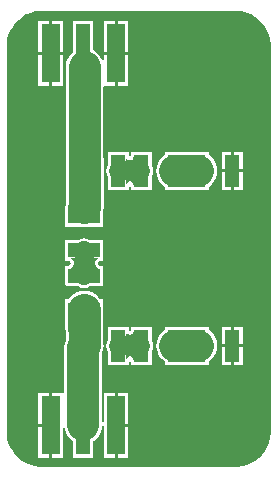
<source format=gbr>
%TF.GenerationSoftware,Altium Limited,Altium Designer,20.0.10 (225)*%
G04 Layer_Physical_Order=1*
G04 Layer_Color=255*
%FSLAX26Y26*%
%MOIN*%
%TF.FileFunction,Copper,L1,Top,Signal*%
%TF.Part,Single*%
G01*
G75*
%TA.AperFunction,SMDPad,CuDef*%
%ADD10R,0.047244X0.196850*%
%ADD11R,0.062992X0.196850*%
%ADD12R,0.049213X0.106299*%
%ADD13R,0.106299X0.049213*%
%TA.AperFunction,Conductor*%
%ADD14C,0.105236*%
%ADD15C,0.059055*%
%TA.AperFunction,ViaPad*%
%ADD16C,0.050000*%
G36*
X5264981Y4893255D02*
X5279936Y4889247D01*
X5294241Y4883323D01*
X5307649Y4875581D01*
X5319932Y4866156D01*
X5330880Y4855208D01*
X5340306Y4842925D01*
X5348047Y4829516D01*
X5353972Y4815212D01*
X5357979Y4800257D01*
X5360000Y4784907D01*
Y4777165D01*
X5360000D01*
X5360000Y3494095D01*
X5360000Y3486353D01*
X5357979Y3471003D01*
X5353972Y3456048D01*
X5348047Y3441744D01*
X5340306Y3428335D01*
X5330880Y3416052D01*
X5319932Y3405104D01*
X5307649Y3395679D01*
X5294241Y3387937D01*
X5279937Y3382012D01*
X5264981Y3378005D01*
X5249631Y3375984D01*
X4590369D01*
X4575019Y3378005D01*
X4560063Y3382012D01*
X4545759Y3387937D01*
X4532351Y3395679D01*
X4520068Y3405104D01*
X4509120Y3416052D01*
X4499694Y3428335D01*
X4491953Y3441744D01*
X4486028Y3456048D01*
X4482021Y3471003D01*
X4480000Y3486353D01*
Y3494095D01*
X4480000D01*
X4480000Y4777165D01*
X4480000Y4784907D01*
X4482021Y4800257D01*
X4486028Y4815212D01*
X4491953Y4829516D01*
X4499694Y4842925D01*
X4509120Y4855208D01*
X4520068Y4866156D01*
X4532351Y4875581D01*
X4545759Y4883323D01*
X4560063Y4889247D01*
X4575019Y4893255D01*
X4590369Y4895276D01*
X5249631D01*
X5264981Y4893255D01*
D02*
G37*
%LPC*%
G36*
X4886201Y4861968D02*
X4849705D01*
Y4758543D01*
X4886201D01*
Y4861968D01*
D02*
G37*
G36*
X4839705D02*
X4803209D01*
Y4758543D01*
X4839705D01*
Y4861968D01*
D02*
G37*
G36*
X4668091D02*
X4631595D01*
Y4758543D01*
X4668091D01*
Y4861968D01*
D02*
G37*
G36*
X4621595D02*
X4585099D01*
Y4758543D01*
X4621595D01*
Y4861968D01*
D02*
G37*
G36*
X4886201Y4748543D02*
X4849705D01*
Y4645118D01*
X4886201D01*
Y4748543D01*
D02*
G37*
G36*
X4668091D02*
X4631595D01*
Y4645118D01*
X4668091D01*
Y4748543D01*
D02*
G37*
G36*
X4621595D02*
X4585099D01*
Y4645118D01*
X4621595D01*
Y4748543D01*
D02*
G37*
G36*
X5095045Y4425115D02*
X5095006Y4425108D01*
X5094967Y4425115D01*
X5085173Y4425039D01*
X5084925D01*
Y4425038D01*
X5076411Y4424972D01*
X5076342Y4425039D01*
Y4425039D01*
X5066604D01*
X5066222Y4425115D01*
X5065841Y4425039D01*
X5007130D01*
Y4414394D01*
X5006779Y4414207D01*
X4997244Y4406382D01*
X4989419Y4396847D01*
X4983605Y4385969D01*
X4980024Y4374165D01*
X4978815Y4361890D01*
X4980024Y4349614D01*
X4983605Y4337811D01*
X4989419Y4326933D01*
X4997244Y4317398D01*
X5006779Y4309573D01*
X5007130Y4309385D01*
Y4298740D01*
X5065841D01*
X5066222Y4298664D01*
X5066262Y4298672D01*
X5066301Y4298665D01*
X5076095Y4298740D01*
X5076342D01*
Y4298742D01*
X5084857Y4298808D01*
X5084925Y4298740D01*
Y4298740D01*
X5094664D01*
X5095045Y4298664D01*
X5095427Y4298740D01*
X5154138D01*
Y4309385D01*
X5154489Y4309573D01*
X5164023Y4317398D01*
X5171849Y4326933D01*
X5177663Y4337811D01*
X5181244Y4349614D01*
X5182453Y4361890D01*
X5181244Y4374165D01*
X5177663Y4385969D01*
X5171849Y4396847D01*
X5164023Y4406382D01*
X5154489Y4414207D01*
X5154138Y4414394D01*
Y4425039D01*
X5095427D01*
X5095045Y4425115D01*
D02*
G37*
G36*
X4964138Y4425039D02*
X4894925D01*
Y4415329D01*
X4894923Y4415323D01*
X4894811Y4414394D01*
X4891219Y4412157D01*
D01*
D01*
X4891100Y4412106D01*
D01*
X4887501Y4414315D01*
X4887445Y4414359D01*
Y4425039D01*
X4818232D01*
Y4381633D01*
X4814328Y4372209D01*
X4812970Y4361890D01*
X4814328Y4351571D01*
X4818232Y4342146D01*
Y4298740D01*
X4887445D01*
Y4309421D01*
X4887501Y4309464D01*
X4891100Y4311673D01*
X4891222Y4311621D01*
X4894811Y4309386D01*
X4894923Y4308457D01*
X4894925Y4308451D01*
Y4298740D01*
X4964138D01*
Y4342146D01*
X4968042Y4351571D01*
X4969400Y4361890D01*
X4968042Y4372209D01*
X4964138Y4381633D01*
Y4425039D01*
D02*
G37*
G36*
X5266342D02*
X5236736D01*
Y4366889D01*
X5266342D01*
Y4425039D01*
D02*
G37*
G36*
X5226736D02*
X5197130D01*
Y4366889D01*
X5226736D01*
Y4425039D01*
D02*
G37*
G36*
X5266342Y4356889D02*
X5236736D01*
Y4298740D01*
X5266342D01*
Y4356889D01*
D02*
G37*
G36*
X5226736D02*
X5197130D01*
Y4298740D01*
X5226736D01*
Y4356889D01*
D02*
G37*
G36*
X4769272Y4861968D02*
X4702028D01*
Y4757579D01*
X4695508Y4752228D01*
X4687683Y4742693D01*
X4681868Y4731815D01*
X4678288Y4720011D01*
X4677079Y4707736D01*
Y4405481D01*
X4677181Y4404441D01*
Y4362421D01*
X4677713Y4357025D01*
Y4250036D01*
X4677520Y4249401D01*
X4677013Y4244252D01*
X4676083D01*
Y4175039D01*
X4730760D01*
X4739232Y4174205D01*
X4747705Y4175039D01*
X4802382D01*
Y4226616D01*
D01*
X4803555Y4238528D01*
Y4361890D01*
X4803024Y4367286D01*
Y4405379D01*
X4802921Y4406418D01*
Y4640237D01*
X4803209Y4645118D01*
X4807921Y4645118D01*
X4839705D01*
Y4748543D01*
X4803209D01*
Y4732302D01*
X4798209Y4731561D01*
X4798132Y4731815D01*
X4792317Y4742693D01*
X4784492Y4752228D01*
X4774957Y4760053D01*
X4769272Y4763092D01*
Y4861968D01*
D02*
G37*
G36*
X4739232Y4137310D02*
X4728913Y4135951D01*
X4719489Y4132047D01*
X4676083D01*
Y4073336D01*
X4676007Y4072955D01*
X4676083Y4072573D01*
Y4062835D01*
X4684957D01*
X4687876Y4062448D01*
X4689217Y4061854D01*
X4690711Y4060603D01*
X4692486Y4058201D01*
X4694352Y4054365D01*
X4694382Y4054272D01*
X4694352Y4054179D01*
X4692486Y4050342D01*
X4690711Y4047940D01*
X4689217Y4046689D01*
X4687876Y4046095D01*
X4684957Y4045709D01*
X4676083D01*
Y4035970D01*
X4676007Y4035589D01*
X4676083Y4035207D01*
Y3976496D01*
X4719489D01*
X4728913Y3972592D01*
X4739232Y3971234D01*
X4749551Y3972592D01*
X4758975Y3976496D01*
X4802382D01*
Y4035207D01*
X4802458Y4035589D01*
X4802382Y4035970D01*
Y4045709D01*
X4793507D01*
X4790588Y4046095D01*
X4789247Y4046689D01*
X4787753Y4047940D01*
X4785978Y4050342D01*
X4784112Y4054179D01*
X4784082Y4054272D01*
X4784112Y4054365D01*
X4785978Y4058201D01*
X4787753Y4060603D01*
X4789247Y4061854D01*
X4790588Y4062448D01*
X4793507Y4062835D01*
X4802382D01*
Y4072573D01*
X4802458Y4072955D01*
X4802382Y4073336D01*
Y4132047D01*
X4758975D01*
X4749551Y4135951D01*
X4739232Y4137310D01*
D02*
G37*
G36*
X5095045Y3841966D02*
X5095006Y3841958D01*
X5094967Y3841965D01*
X5085173Y3841890D01*
X5084925D01*
Y3841888D01*
X5076411Y3841822D01*
X5076342Y3841890D01*
Y3841890D01*
X5066604D01*
X5066222Y3841966D01*
X5065841Y3841890D01*
X5007130D01*
Y3831245D01*
X5006779Y3831057D01*
X4997244Y3823232D01*
X4989419Y3813697D01*
X4983605Y3802819D01*
X4980024Y3791015D01*
X4978815Y3778740D01*
X4980024Y3766465D01*
X4983605Y3754661D01*
X4989419Y3743783D01*
X4997244Y3734248D01*
X5006779Y3726423D01*
X5007130Y3726236D01*
Y3715591D01*
X5065841D01*
X5066222Y3715515D01*
X5066262Y3715523D01*
X5066301Y3715515D01*
X5076095Y3715591D01*
X5076342D01*
Y3715593D01*
X5084857Y3715658D01*
X5084925Y3715590D01*
Y3715591D01*
X5094664D01*
X5095045Y3715515D01*
X5095427Y3715591D01*
X5154138D01*
Y3726236D01*
X5154489Y3726423D01*
X5164023Y3734248D01*
X5171849Y3743783D01*
X5177663Y3754661D01*
X5181244Y3766465D01*
X5182453Y3778740D01*
X5181244Y3791015D01*
X5179995Y3795131D01*
D01*
X5177663Y3802819D01*
X5171849Y3813697D01*
X5164023Y3823232D01*
X5154489Y3831057D01*
X5154138Y3831245D01*
Y3841890D01*
X5095427D01*
X5095045Y3841966D01*
D02*
G37*
G36*
X4964138Y3841890D02*
X4894925D01*
Y3832179D01*
X4894923Y3832173D01*
X4894811Y3831244D01*
X4891219Y3829008D01*
X4891100Y3828956D01*
X4887501Y3831166D01*
X4887445Y3831209D01*
Y3841890D01*
X4818232D01*
Y3798483D01*
X4814328Y3789059D01*
X4812970Y3778740D01*
X4814328Y3768421D01*
X4818232Y3758997D01*
Y3715591D01*
X4887445D01*
Y3726271D01*
D01*
X4887501Y3726315D01*
D01*
D01*
X4891100Y3728523D01*
D01*
D01*
X4891222Y3728471D01*
D01*
D01*
X4894811Y3726236D01*
X4894923Y3725307D01*
X4894925Y3725301D01*
Y3715591D01*
X4964138D01*
Y3758997D01*
X4968042Y3768421D01*
X4969400Y3778740D01*
X4968042Y3789059D01*
X4964138Y3798483D01*
Y3807981D01*
D01*
Y3841890D01*
D02*
G37*
G36*
X5266342D02*
X5236736D01*
Y3783740D01*
X5266342D01*
Y3841890D01*
D02*
G37*
G36*
X5226736D02*
X5197130D01*
Y3783740D01*
X5226736D01*
Y3841890D01*
D02*
G37*
G36*
X5266342Y3773740D02*
X5236736D01*
Y3715591D01*
X5266342D01*
Y3773740D01*
D02*
G37*
G36*
X5226736D02*
X5197130D01*
Y3715591D01*
X5226736D01*
Y3773740D01*
D02*
G37*
G36*
X4886201Y3622599D02*
X4849705D01*
Y3519173D01*
X4886201D01*
Y3589622D01*
Y3622599D01*
D02*
G37*
G36*
X4621594D02*
X4585099D01*
Y3519173D01*
X4621594D01*
Y3622599D01*
D02*
G37*
G36*
X4886201Y3509173D02*
X4849705D01*
Y3405748D01*
X4886201D01*
Y3509173D01*
D02*
G37*
G36*
X4739232Y3961819D02*
X4726957Y3960610D01*
X4715153Y3957029D01*
X4704275Y3951215D01*
X4694740Y3943390D01*
X4686915Y3933855D01*
X4686728Y3933504D01*
X4676083D01*
Y3874793D01*
X4676007Y3874411D01*
X4676017Y3874361D01*
X4676007Y3874310D01*
X4676083Y3866703D01*
Y3864291D01*
X4676106D01*
X4676775Y3796876D01*
X4673288Y3785382D01*
X4672079Y3773106D01*
Y3625041D01*
X4668091Y3622599D01*
D01*
D01*
X4667080Y3622599D01*
X4667079D01*
X4631594D01*
Y3514173D01*
Y3405748D01*
X4668091D01*
Y3504306D01*
D01*
X4673091Y3504552D01*
D01*
X4673288Y3502548D01*
X4676868Y3490744D01*
X4682683Y3479866D01*
X4690508Y3470331D01*
X4691158Y3469681D01*
X4700693Y3461856D01*
X4702028Y3461143D01*
Y3405748D01*
X4769272D01*
Y3461143D01*
X4770607Y3461856D01*
X4780142Y3469681D01*
X4787967Y3479216D01*
X4793781Y3490095D01*
X4797362Y3501898D01*
X4798209Y3510498D01*
X4803209Y3510252D01*
Y3405748D01*
X4839705D01*
Y3514173D01*
Y3622599D01*
X4803209D01*
Y3524228D01*
X4798209Y3522466D01*
X4797921Y3522823D01*
Y3753082D01*
X4798765Y3754661D01*
X4802346Y3766465D01*
X4803555Y3778740D01*
X4802685Y3787575D01*
Y3898366D01*
X4802382Y3901443D01*
Y3933504D01*
X4791932D01*
X4784256Y3942858D01*
X4783724Y3943390D01*
X4774189Y3951215D01*
X4763311Y3957029D01*
X4751507Y3960610D01*
X4739232Y3961819D01*
D02*
G37*
G36*
X4621594Y3509173D02*
X4585099D01*
Y3405748D01*
X4621594D01*
Y3509173D01*
D02*
G37*
%LPD*%
G36*
X5095045Y4414634D02*
X5119532Y4414508D01*
Y4309272D01*
X5095045Y4309083D01*
Y4308860D01*
X5094512Y4308938D01*
X5092913Y4309008D01*
X5088410Y4309032D01*
X5066222Y4308860D01*
Y4309146D01*
X5041736Y4309272D01*
Y4414508D01*
X5066222Y4414697D01*
Y4414919D01*
X5066756Y4414841D01*
X5068355Y4414771D01*
X5072857Y4414748D01*
X5095045Y4414919D01*
Y4414634D01*
D02*
G37*
G36*
X4905045Y4393141D02*
X4910694Y4392324D01*
X4919589Y4391644D01*
X4929532Y4391417D01*
Y4332362D01*
X4919589Y4332136D01*
X4910694Y4331455D01*
X4905045Y4330639D01*
Y4309683D01*
X4904523Y4313992D01*
X4902957Y4317848D01*
X4900347Y4321249D01*
X4896692Y4324198D01*
X4891994Y4326693D01*
X4891141Y4326995D01*
X4890287Y4326693D01*
X4885577Y4324198D01*
X4881914Y4321249D01*
X4879298Y4317848D01*
X4877728Y4313992D01*
X4877205Y4309683D01*
Y4330648D01*
X4871633Y4331455D01*
X4862758Y4332136D01*
X4852839Y4332362D01*
Y4391417D01*
X4862758Y4391644D01*
X4871633Y4392324D01*
X4877205Y4393131D01*
Y4414096D01*
X4877728Y4409787D01*
X4879298Y4405932D01*
X4881914Y4402530D01*
X4885577Y4399582D01*
X4890287Y4397087D01*
X4891141Y4396784D01*
X4891994Y4397087D01*
X4896692Y4399582D01*
X4900347Y4402530D01*
X4902957Y4405932D01*
X4904523Y4409787D01*
X4905045Y4414096D01*
Y4393141D01*
D02*
G37*
G36*
X4768995Y4083423D02*
X4770036Y4072955D01*
X4792262D01*
X4787796Y4072364D01*
X4783801Y4070592D01*
X4780276Y4067640D01*
X4777221Y4063506D01*
X4774635Y4058191D01*
X4773359Y4054272D01*
X4774635Y4050352D01*
X4777221Y4045037D01*
X4780276Y4040904D01*
X4783801Y4037951D01*
X4787796Y4036179D01*
X4792262Y4035589D01*
X4769757D01*
X4769700Y4035159D01*
X4768995Y4025120D01*
X4768760Y4013899D01*
X4709705D01*
X4709470Y4025120D01*
X4708428Y4035589D01*
X4686203D01*
X4690668Y4036179D01*
X4694663Y4037951D01*
X4698189Y4040904D01*
X4701244Y4045037D01*
X4703829Y4050352D01*
X4705105Y4054272D01*
X4703829Y4058191D01*
X4701244Y4063506D01*
X4698189Y4067640D01*
X4694663Y4070592D01*
X4690668Y4072364D01*
X4686203Y4072955D01*
X4708708D01*
X4708765Y4073384D01*
X4709470Y4083423D01*
X4709705Y4094644D01*
X4768760D01*
X4768995Y4083423D01*
D02*
G37*
G36*
X5095045Y3831484D02*
X5119532Y3831358D01*
Y3726122D01*
X5095045Y3725933D01*
Y3725711D01*
X5094512Y3725789D01*
X5092913Y3725859D01*
X5088410Y3725882D01*
X5066222Y3725711D01*
Y3725996D01*
X5041736Y3726122D01*
Y3831358D01*
X5066222Y3831547D01*
Y3831770D01*
X5066756Y3831692D01*
X5068355Y3831622D01*
X5072857Y3831599D01*
X5095045Y3831770D01*
Y3831484D01*
D02*
G37*
G36*
X4905045Y3809991D02*
X4910694Y3809175D01*
X4919589Y3808494D01*
X4929532Y3808268D01*
Y3749213D01*
X4919589Y3748986D01*
X4910694Y3748305D01*
X4905045Y3747489D01*
Y3726534D01*
X4904523Y3730843D01*
X4902957Y3734698D01*
X4900347Y3738100D01*
X4896692Y3741048D01*
X4891994Y3743543D01*
X4891141Y3743846D01*
X4890287Y3743543D01*
X4885577Y3741048D01*
X4881914Y3738100D01*
X4879298Y3734698D01*
X4877728Y3730843D01*
X4877205Y3726534D01*
Y3747499D01*
X4871633Y3748305D01*
X4862758Y3748986D01*
X4852839Y3749213D01*
Y3808268D01*
X4862758Y3808494D01*
X4871633Y3809175D01*
X4877205Y3809982D01*
Y3830947D01*
X4877728Y3826638D01*
X4879298Y3822782D01*
X4881914Y3819381D01*
X4885577Y3816432D01*
X4890287Y3813938D01*
X4891141Y3813635D01*
X4891994Y3813938D01*
X4896692Y3816432D01*
X4900347Y3819381D01*
X4902957Y3822782D01*
X4904523Y3826638D01*
X4905045Y3830947D01*
Y3809991D01*
D02*
G37*
G36*
X4792382Y3779272D02*
X4687146D01*
X4686203Y3874411D01*
X4792262D01*
X4792382Y3779272D01*
D02*
G37*
D10*
X4735650Y3514173D02*
D03*
Y4753543D02*
D03*
D11*
X4844705Y3514173D02*
D03*
X4626595D02*
D03*
X4844705Y4753543D02*
D03*
X4626595D02*
D03*
D12*
X5119532Y4361890D02*
D03*
X5231736D02*
D03*
X4929532D02*
D03*
X5041736D02*
D03*
X4740634D02*
D03*
X4852839D02*
D03*
X5119532Y3778740D02*
D03*
X5231736D02*
D03*
X4929532D02*
D03*
X5041736D02*
D03*
X4740634D02*
D03*
X4852839D02*
D03*
D13*
X4739232Y4209646D02*
D03*
Y4097441D02*
D03*
Y4011102D02*
D03*
Y3898898D02*
D03*
D14*
X4740102Y4362421D02*
X4740634Y4361890D01*
X4740102Y4362421D02*
Y4405379D01*
X4740000Y4405481D02*
X4740102Y4405379D01*
X4740000Y4405481D02*
Y4707736D01*
X4739232Y4237126D02*
X4740634Y4238528D01*
Y4361890D01*
X5041736D02*
X5119532D01*
X4735000Y3773106D02*
X4740634Y3778740D01*
X4735000Y3514823D02*
Y3773106D01*
X4739764Y3779272D02*
Y3898366D01*
X4735000Y3514823D02*
X4735650Y3514173D01*
X5041736Y3778740D02*
X5119532D01*
X4739232Y3898898D02*
X4739764Y3898366D01*
D15*
X4739232Y4011102D02*
Y4097441D01*
X4852839Y4361890D02*
X4929532D01*
X4852839Y3778740D02*
X4929532D01*
D16*
X4830000Y4605000D02*
D03*
X4835000Y4550000D02*
D03*
X4645000Y4575000D02*
D03*
X4651374Y4354943D02*
D03*
X4651390Y4434470D02*
D03*
X4645000Y4500000D02*
D03*
X4835000Y4490000D02*
D03*
X4867563Y4273740D02*
D03*
X5110000Y4595000D02*
D03*
X5095000Y4265000D02*
D03*
X4651083Y4121092D02*
D03*
X5015000Y4265000D02*
D03*
X4945000D02*
D03*
X4647382Y3726074D02*
D03*
X4835000Y3665000D02*
D03*
X4530000Y3545000D02*
D03*
X4535000Y3615000D02*
D03*
X5024022Y3867192D02*
D03*
X4944494D02*
D03*
X4960069Y3691069D02*
D03*
X5039592Y3690289D02*
D03*
X5119120D02*
D03*
X5100000Y3875000D02*
D03*
X5085000Y4455000D02*
D03*
X5025000D02*
D03*
X4960672Y4455266D02*
D03*
X5150000Y4455000D02*
D03*
X4884254Y4459176D02*
D03*
X4651260Y4275415D02*
D03*
X4650781Y4195889D02*
D03*
X4651796Y4043418D02*
D03*
X4659057Y3964223D02*
D03*
X4650781Y3885127D02*
D03*
X4651390Y3805602D02*
D03*
X4630000Y3660000D02*
D03*
X4895000Y3685000D02*
D03*
X4880000Y3870000D02*
D03*
X4827684Y3904945D02*
D03*
X4827417Y3984472D02*
D03*
X4846786Y4061630D02*
D03*
X4849192Y4146745D02*
D03*
X4852292Y4221964D02*
D03*
%TF.MD5,fa4877b866fd8bd705502e9b1bfb000d*%
M02*

</source>
